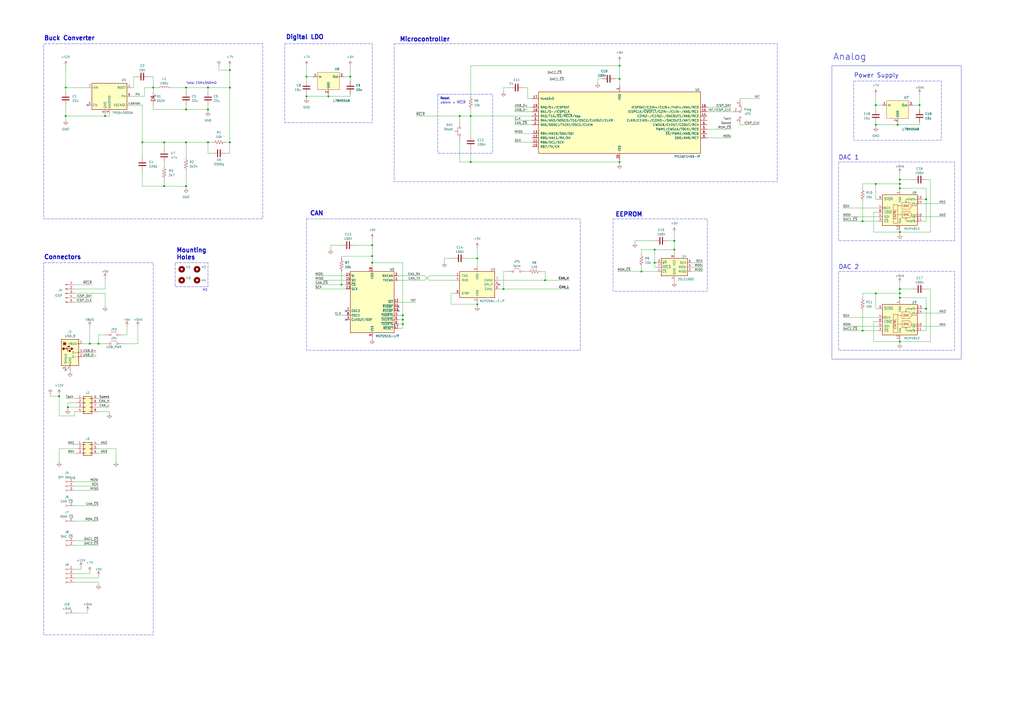
<source format=kicad_sch>
(kicad_sch (version 20250114) (generator "eeschema") (generator_version "9.0")
  (paper "A2")
  (title_block (title "CAN Gauge Interface") (date "2025-09-19") (rev "0.1") (company "Sam Anthony"))
  (rectangle (start 25.4 25.4) (end 152.4 127) (stroke (width 0) (type dash)))
  (rectangle (start 495.3 46.99) (end 546.1 81.28) (stroke (width 0) (type dash)))
  (rectangle (start 355.6 127) (end 410.21 168.91) (stroke (width 0) (type dash)))
  (rectangle (start 101.6 152.3999) (end 120.65 166.3699) (stroke (width 0) (type dash)))
  (rectangle (start 165.1 25.4) (end 215.9 71.12) (stroke (width 0) (type dash)))
  (rectangle (start 254 54.61) (end 285.75 88.9) (stroke (width 0) (type dash)))
  (rectangle (start 486.41 157.48) (end 553.72 203.2) (stroke (width 0) (type dash)))
  (rectangle (start 177.8 127) (end 336.55 203.2) (stroke (width 0) (type dash)))
  (rectangle (start 25.4 152.4) (end 88.9 368.3) (stroke (width 0) (type dash)))
  (rectangle (start 486.41 93.98) (end 553.72 139.7) (stroke (width 0) (type dash)))
  (rectangle (start 228.6 25.4) (end 450.85 105.41) (stroke (width 0) (type dash)))
  (rectangle (start 482.6 38.1) (end 557.53 208.28))
  (text "Connectors" (at 25.4 149.225 0) (effects (font (size 2.54 2.54) (thickness 0.508) (bold yes)) (justify left)))
  (text "Power Supply" (at 495.3 43.815 0) (effects (font (size 2.54 2.54) (thickness 0.254) (bold yes)) (justify left)))
  (text "Buck Converter" (at 25.4 22.225 0) (effects (font (size 2.54 2.54) (thickness 0.508) (bold yes)) (justify left)))
  (text "Total ESR≤550mΩ" (at 107.95 48.26 0) (effects (font (size 1.27 1.27)) (justify left)))
  (text "CAN" (at 179.705 123.825 0) (effects (font (size 2.54 2.54) (thickness 0.508) (bold yes)) (justify left)))
  (text "Reset" (at 255.27 57.15 0) (effects (font (size 1.27 1.27) (thickness 0.254) (bold yes)) (justify left)))
  (text "Mounting\nHoles" (at 102.235 147.3199 0) (effects (font (size 2.54 2.54) (thickness 0.508) (bold yes)) (justify left)))
  (text "M3\n" (at 117.475 168.2749 0) (effects (font (size 1.27 1.27)) (justify left)))
  (text "EEPROM" (at 356.87 124.46 0) (effects (font (size 2.54 2.54) (thickness 0.508) (bold yes)) (justify left)))
  (text "Digital LDO" (at 165.735 21.59 0) (effects (font (size 2.54 2.54) (thickness 0.508) (bold yes)) (justify left)))
  (text "≤6mm ↔ ~{MCLR}" (at 255.27 59.69 0) (effects (font (size 1.27 1.27)) (justify left)))
  (text "DAC 1" (at 486.41 91.44 0) (effects (font (size 2.54 2.54) (thickness 0.254) (bold yes)) (justify left)))
  (text "Microcontroller" (at 231.775 22.86 0) (effects (font (size 2.54 2.54) (thickness 0.508) (bold yes)) (justify left)))
  (text "Analog" (at 483.235 33.02 0) (effects (font (size 3.81 3.81) (thickness 0.254) (bold yes)) (justify left)))
  (text "DAC 2" (at 486.41 154.94 0) (effects (font (size 2.54 2.54) (thickness 0.254) (bold yes)) (justify left)))
  (junction (at 38.1 50.8))
  (junction (at 120.65 50.8))
  (junction (at 39.37 236.22))
  (junction (at 521.97 170.18))
  (junction (at 120.65 63.5))
  (junction (at 521.97 172.72))
  (junction (at 391.16 144.78))
  (junction (at 521.97 104.14))
  (junction (at 233.68 185.42))
  (junction (at 533.4 60.96))
  (junction (at 508 170.18))
  (junction (at 391.16 139.7))
  (junction (at 537.21 115.57))
  (junction (at 60.96 67.31))
  (junction (at 500.38 191.77))
  (junction (at 107.95 82.55))
  (junction (at 34.29 229.87))
  (junction (at 359.41 38.1))
  (junction (at 203.2 44.45))
  (junction (at 107.95 63.5))
  (junction (at 273.05 93.98))
  (junction (at 177.8 55.88))
  (junction (at 233.68 182.88))
  (junction (at 359.41 45.72))
  (junction (at 120.65 82.55))
  (junction (at 266.7 67.31))
  (junction (at 500.38 128.27))
  (junction (at 88.9 50.8))
  (junction (at 521.97 134.62))
  (junction (at 95.25 107.95))
  (junction (at 82.55 82.55))
  (junction (at 38.1 67.31))
  (junction (at 359.41 93.98))
  (junction (at 107.95 107.95))
  (junction (at 215.9 142.24))
  (junction (at 521.97 106.68))
  (junction (at 521.97 198.12))
  (junction (at 537.21 179.07))
  (junction (at 95.25 82.55))
  (junction (at 276.86 176.53))
  (junction (at 133.35 40.64))
  (junction (at 508 60.96))
  (junction (at 215.9 152.4))
  (junction (at 57.15 199.39))
  (junction (at 276.86 149.86))
  (junction (at 52.07 199.39))
  (junction (at 316.23 162.56))
  (junction (at 379.73 152.4))
  (junction (at 133.35 50.8))
  (junction (at 521.97 167.64))
  (junction (at 372.11 157.48))
  (junction (at 215.9 148.59))
  (junction (at 508 106.68))
  (junction (at 190.5 55.88))
  (junction (at 198.12 165.1))
  (junction (at 508 72.39))
  (junction (at 379.73 144.78))
  (junction (at 133.35 82.55))
  (junction (at 520.7 72.39))
  (junction (at 521.97 109.22))
  (junction (at 177.8 44.45))
  (junction (at 107.95 50.8))
  (junction (at 273.05 67.31))
  (junction (at 233.68 187.96))
  (junction (at 292.1 167.64))
  (no_connect (at 231.14 177.8))
  (no_connect (at 38.1 214.63))
  (no_connect (at 200.66 185.42))
  (no_connect (at 50.8 60.96))
  (no_connect (at 289.56 165.1))
  (no_connect (at 200.66 180.34))
  (no_connect (at 231.14 180.34))
  (wire (pts (xy 231.14 162.56) (xy 246.38 162.56)))
  (wire (pts (xy 203.2 55.88) (xy 203.2 54.61)))
  (wire (pts (xy 215.9 142.24) (xy 215.9 148.59)))
  (wire (pts (xy 57.15 199.39) (xy 60.96 199.39)))
  (wire (pts (xy 506.73 186.69) (xy 509.27 186.69)))
  (wire (pts (xy 292.1 157.48) (xy 294.64 157.48)))
  (wire (pts (xy 44.45 260.35) (xy 34.29 260.35)))
  (wire (pts (xy 48.26 204.47) (xy 55.88 204.47)))
  (wire (pts (xy 233.68 187.96) (xy 233.68 185.42)))
  (wire (pts (xy 506.73 123.19) (xy 509.27 123.19)))
  (wire (pts (xy 231.14 187.96) (xy 233.68 187.96)))
  (wire (pts (xy 57.15 194.31) (xy 57.15 199.39)))
  (wire (pts (xy 289.56 167.64) (xy 292.1 167.64)))
  (wire (pts (xy 273.05 55.88) (xy 273.05 38.1)))
  (wire (pts (xy 266.7 67.31) (xy 266.7 71.12)))
  (wire (pts (xy 521.97 172.72) (xy 521.97 173.99)))
  (wire (pts (xy 215.9 195.58) (xy 215.9 196.85)))
  (wire (pts (xy 60.96 167.64) (xy 60.96 161.29)))
  (wire (pts (xy 266.7 67.31) (xy 273.05 67.31)))
  (wire (pts (xy 381 152.4) (xy 379.73 152.4)))
  (wire (pts (xy 508 71.12) (xy 508 72.39)))
  (wire (pts (xy 38.1 38.1) (xy 38.1 50.8)))
  (wire (pts (xy 262.89 149.86) (xy 257.81 149.86)))
  (wire (pts (xy 508 179.07) (xy 508 170.18)))
  (wire (pts (xy 177.8 55.88) (xy 190.5 55.88)))
  (wire (pts (xy 500.38 191.77) (xy 509.27 191.77)))
  (wire (pts (xy 372.11 144.78) (xy 379.73 144.78)))
  (wire (pts (xy 534.67 128.27) (xy 537.21 128.27)))
  (wire (pts (xy 488.95 184.15) (xy 509.27 184.15)))
  (wire (pts (xy 120.65 50.8) (xy 133.35 50.8)))
  (wire (pts (xy 521.97 196.85) (xy 521.97 198.12)))
  (wire (pts (xy 82.55 91.44) (xy 82.55 82.55)))
  (wire (pts (xy 233.68 185.42) (xy 233.68 182.88)))
  (wire (pts (xy 123.19 82.55) (xy 120.65 82.55)))
  (wire (pts (xy 521.97 198.12) (xy 521.97 199.39)))
  (wire (pts (xy 537.21 172.72) (xy 521.97 172.72)))
  (wire (pts (xy 410.21 64.77) (xy 425.45 64.77)))
  (wire (pts (xy 34.29 241.3) (xy 34.29 229.87)))
  (wire (pts (xy 198.12 165.1) (xy 198.12 157.48)))
  (wire (pts (xy 57.15 260.35) (xy 67.31 260.35)))
  (wire (pts (xy 52.07 332.74) (xy 52.07 331.47)))
  (wire (pts (xy 203.2 46.99) (xy 203.2 44.45)))
  (wire (pts (xy 39.37 236.22) (xy 39.37 237.49)))
  (wire (pts (xy 38.1 50.8) (xy 38.1 53.34)))
  (wire (pts (xy 43.18 293.37) (xy 57.15 293.37)))
  (wire (pts (xy 57.15 233.68) (xy 63.5 233.68)))
  (wire (pts (xy 298.45 82.55) (xy 308.61 82.55)))
  (wire (pts (xy 506.73 134.62) (xy 521.97 134.62)))
  (wire (pts (xy 82.55 60.96) (xy 82.55 82.55)))
  (wire (pts (xy 534.67 181.61) (xy 548.64 181.61)))
  (wire (pts (xy 203.2 44.45) (xy 199.39 44.45)))
  (wire (pts (xy 539.75 134.62) (xy 521.97 134.62)))
  (wire (pts (xy 182.88 165.1) (xy 198.12 165.1)))
  (wire (pts (xy 511.81 60.96) (xy 508 60.96)))
  (wire (pts (xy 43.18 302.26) (xy 57.15 302.26)))
  (wire (pts (xy 429.26 71.12) (xy 429.26 72.39)))
  (wire (pts (xy 95.25 93.98) (xy 95.25 96.52)))
  (wire (pts (xy 509.27 115.57) (xy 508 115.57)))
  (wire (pts (xy 508 72.39) (xy 520.7 72.39)))
  (wire (pts (xy 534.67 118.11) (xy 548.64 118.11)))
  (wire (pts (xy 88.9 63.5) (xy 107.95 63.5)))
  (wire (pts (xy 298.45 69.85) (xy 308.61 69.85)))
  (wire (pts (xy 182.88 160.02) (xy 200.66 160.02)))
  (wire (pts (xy 537.21 109.22) (xy 537.21 115.57)))
  (wire (pts (xy 410.21 62.23) (xy 424.18 62.23)))
  (wire (pts (xy 508 106.68) (xy 521.97 106.68)))
  (wire (pts (xy 410.21 74.93) (xy 424.18 74.93)))
  (wire (pts (xy 508 115.57) (xy 508 106.68)))
  (wire (pts (xy 537.21 172.72) (xy 537.21 179.07)))
  (wire (pts (xy 194.31 182.88) (xy 200.66 182.88)))
  (wire (pts (xy 46.99 330.2) (xy 46.99 328.93)))
  (wire (pts (xy 488.95 189.23) (xy 509.27 189.23)))
  (wire (pts (xy 203.2 38.1) (xy 203.2 44.45)))
  (wire (pts (xy 520.7 72.39) (xy 520.7 71.12)))
  (wire (pts (xy 372.11 147.32) (xy 372.11 144.78)))
  (wire (pts (xy 177.8 54.61) (xy 177.8 55.88)))
  (wire (pts (xy 359.41 45.72) (xy 356.87 45.72)))
  (wire (pts (xy 57.15 236.22) (xy 63.5 236.22)))
  (wire (pts (xy 359.41 49.53) (xy 359.41 45.72)))
  (wire (pts (xy 215.9 148.59) (xy 215.9 152.4)))
  (wire (pts (xy 82.55 107.95) (xy 95.25 107.95)))
  (wire (pts (xy 107.95 82.55) (xy 95.25 82.55)))
  (wire (pts (xy 241.3 67.31) (xy 266.7 67.31)))
  (wire (pts (xy 429.26 58.42) (xy 429.26 57.15)))
  (wire (pts (xy 521.97 167.64) (xy 521.97 170.18)))
  (wire (pts (xy 71.12 199.39) (xy 80.01 199.39)))
  (wire (pts (xy 506.73 134.62) (xy 506.73 123.19)))
  (wire (pts (xy 107.95 82.55) (xy 107.95 91.44)))
  (wire (pts (xy 534.67 189.23) (xy 548.64 189.23)))
  (wire (pts (xy 50.8 355.6) (xy 50.8 354.33)))
  (wire (pts (xy 43.18 165.1) (xy 53.34 165.1)))
  (wire (pts (xy 191.77 142.24) (xy 191.77 144.78)))
  (wire (pts (xy 120.65 82.55) (xy 107.95 82.55)))
  (wire (pts (xy 57.15 238.76) (xy 63.5 238.76)))
  (wire (pts (xy 39.37 236.22) (xy 44.45 236.22)))
  (wire (pts (xy 521.97 163.83) (xy 521.97 167.64)))
  (wire (pts (xy 539.75 167.64) (xy 539.75 198.12)))
  (wire (pts (xy 133.35 50.8) (xy 133.35 82.55)))
  (wire (pts (xy 60.96 170.18) (xy 60.96 177.8)))
  (wire (pts (xy 308.61 57.15) (xy 306.07 57.15)))
  (wire (pts (xy 539.75 104.14) (xy 539.75 134.62)))
  (wire (pts (xy 379.73 154.94) (xy 379.73 152.4)))
  (wire (pts (xy 537.21 109.22) (xy 521.97 109.22)))
  (wire (pts (xy 44.45 233.68) (xy 39.37 233.68)))
  (wire (pts (xy 57.15 337.82) (xy 57.15 339.09)))
  (wire (pts (xy 379.73 144.78) (xy 391.16 144.78)))
  (wire (pts (xy 177.8 55.88) (xy 177.8 57.15)))
  (wire (pts (xy 372.11 157.48) (xy 372.11 154.94)))
  (wire (pts (xy 67.31 260.35) (xy 67.31 267.97)))
  (wire (pts (xy 38.1 67.31) (xy 38.1 69.85)))
  (wire (pts (xy 391.16 139.7) (xy 391.16 144.78)))
  (wire (pts (xy 401.32 157.48) (xy 407.67 157.48)))
  (wire (pts (xy 306.07 50.8) (xy 303.53 50.8)))
  (wire (pts (xy 533.4 54.61) (xy 533.4 60.96)))
  (wire (pts (xy 107.95 50.8) (xy 120.65 50.8)))
  (wire (pts (xy 88.9 44.45) (xy 88.9 50.8)))
  (wire (pts (xy 270.51 149.86) (xy 276.86 149.86)))
  (wire (pts (xy 76.2 60.96) (xy 82.55 60.96)))
  (wire (pts (xy 88.9 60.96) (xy 88.9 63.5)))
  (wire (pts (xy 410.21 80.01) (xy 424.18 80.01)))
  (wire (pts (xy 198.12 149.86) (xy 198.12 148.59)))
  (wire (pts (xy 306.07 57.15) (xy 306.07 50.8)))
  (wire (pts (xy 107.95 63.5) (xy 120.65 63.5)))
  (wire (pts (xy 429.26 57.15) (xy 440.69 57.15)))
  (wire (pts (xy 190.5 55.88) (xy 190.5 54.61)))
  (wire (pts (xy 292.1 50.8) (xy 292.1 53.34)))
  (wire (pts (xy 57.15 262.89) (xy 62.23 262.89)))
  (wire (pts (xy 500.38 106.68) (xy 508 106.68)))
  (wire (pts (xy 99.06 50.8) (xy 107.95 50.8)))
  (wire (pts (xy 44.45 238.76) (xy 43.18 238.76)))
  (wire (pts (xy 107.95 60.96) (xy 107.95 63.5)))
  (wire (pts (xy 88.9 53.34) (xy 88.9 50.8)))
  (wire (pts (xy 257.81 149.86) (xy 257.81 152.4)))
  (wire (pts (xy 316.23 157.48) (xy 316.23 162.56)))
  (wire (pts (xy 39.37 257.81) (xy 44.45 257.81)))
  (wire (pts (xy 120.65 82.55) (xy 120.65 88.9)))
  (wire (pts (xy 43.18 335.28) (xy 57.15 335.28)))
  (wire (pts (xy 107.95 107.95) (xy 107.95 109.22)))
  (wire (pts (xy 63.5 238.76) (xy 63.5 240.03)))
  (wire (pts (xy 133.35 82.55) (xy 133.35 88.9)))
  (wire (pts (xy 233.68 152.4) (xy 233.68 182.88)))
  (wire (pts (xy 95.25 107.95) (xy 107.95 107.95)))
  (wire (pts (xy 43.18 316.23) (xy 57.15 316.23)))
  (wire (pts (xy 127 40.64) (xy 133.35 40.64)))
  (wire (pts (xy 233.68 152.4) (xy 215.9 152.4)))
  (wire (pts (xy 120.65 50.8) (xy 120.65 53.34)))
  (wire (pts (xy 521.97 109.22) (xy 521.97 110.49)))
  (wire (pts (xy 298.45 77.47) (xy 308.61 77.47)))
  (wire (pts (xy 200.66 165.1) (xy 198.12 165.1)))
  (wire (pts (xy 316.23 162.56) (xy 330.2 162.56)))
  (wire (pts (xy 539.75 198.12) (xy 521.97 198.12)))
  (wire (pts (xy 198.12 148.59) (xy 215.9 148.59)))
  (wire (pts (xy 29.21 228.6) (xy 29.21 229.87)))
  (wire (pts (xy 120.65 63.5) (xy 120.65 60.96)))
  (wire (pts (xy 298.45 72.39) (xy 308.61 72.39)))
  (wire (pts (xy 107.95 107.95) (xy 107.95 99.06)))
  (wire (pts (xy 177.8 38.1) (xy 177.8 44.45)))
  (wire (pts (xy 60.96 194.31) (xy 57.15 194.31)))
  (wire (pts (xy 537.21 179.07) (xy 537.21 191.77)))
  (wire (pts (xy 521.97 100.33) (xy 521.97 104.14)))
  (wire (pts (xy 231.14 190.5) (xy 233.68 190.5)))
  (wire (pts (xy 29.21 229.87) (xy 34.29 229.87)))
  (wire (pts (xy 304.8 157.48) (xy 306.07 157.48)))
  (wire (pts (xy 358.14 157.48) (xy 372.11 157.48)))
  (wire (pts (xy 107.95 50.8) (xy 107.95 53.34)))
  (wire (pts (xy 506.73 198.12) (xy 521.97 198.12)))
  (wire (pts (xy 295.91 50.8) (xy 292.1 50.8)))
  (wire (pts (xy 521.97 104.14) (xy 529.59 104.14)))
  (wire (pts (xy 43.18 284.48) (xy 57.15 284.48)))
  (wire (pts (xy 43.18 281.94) (xy 57.15 281.94)))
  (wire (pts (xy 521.97 170.18) (xy 521.97 172.72)))
  (wire (pts (xy 500.38 172.72) (xy 500.38 170.18)))
  (wire (pts (xy 43.18 238.76) (xy 43.18 241.3)))
  (wire (pts (xy 57.15 231.14) (xy 63.5 231.14)))
  (wire (pts (xy 60.96 67.31) (xy 60.96 66.04)))
  (wire (pts (xy 43.18 241.3) (xy 34.29 241.3)))
  (wire (pts (xy 133.35 40.64) (xy 133.35 50.8)))
  (wire (pts (xy 82.55 82.55) (xy 95.25 82.55)))
  (wire (pts (xy 534.67 179.07) (xy 537.21 179.07)))
  (wire (pts (xy 48.26 199.39) (xy 52.07 199.39)))
  (wire (pts (xy 500.38 170.18) (xy 508 170.18)))
  (wire (pts (xy 298.45 64.77) (xy 308.61 64.77)))
  (wire (pts (xy 500.38 128.27) (xy 509.27 128.27)))
  (wire (pts (xy 359.41 38.1) (xy 359.41 45.72)))
  (wire (pts (xy 401.32 154.94) (xy 407.67 154.94)))
  (wire (pts (xy 120.65 63.5) (xy 120.65 64.77)))
  (wire (pts (xy 521.97 106.68) (xy 521.97 109.22)))
  (wire (pts (xy 57.15 257.81) (xy 62.23 257.81)))
  (wire (pts (xy 359.41 93.98) (xy 359.41 95.25)))
  (wire (pts (xy 273.05 93.98) (xy 273.05 86.36)))
  (wire (pts (xy 76.2 50.8) (xy 77.47 50.8)))
  (wire (pts (xy 508 170.18) (xy 521.97 170.18)))
  (wire (pts (xy 276.86 176.53) (xy 276.86 177.8)))
  (wire (pts (xy 248.92 160.02) (xy 246.38 162.56)))
  (wire (pts (xy 273.05 93.98) (xy 266.7 93.98)))
  (wire (pts (xy 73.66 194.31) (xy 73.66 189.23)))
  (wire (pts (xy 38.1 60.96) (xy 38.1 67.31)))
  (wire (pts (xy 43.18 332.74) (xy 52.07 332.74)))
  (wire (pts (xy 57.15 335.28) (xy 57.15 334.01)))
  (wire (pts (xy 39.37 233.68) (xy 39.37 236.22)))
  (wire (pts (xy 500.38 116.84) (xy 500.38 128.27)))
  (wire (pts (xy 346.71 45.72) (xy 349.25 45.72)))
  (wire (pts (xy 391.16 162.56) (xy 391.16 163.83)))
  (wire (pts (xy 34.29 260.35) (xy 34.29 267.97)))
  (wire (pts (xy 38.1 231.14) (xy 44.45 231.14)))
  (wire (pts (xy 231.14 182.88) (xy 233.68 182.88)))
  (wire (pts (xy 130.81 82.55) (xy 133.35 82.55)))
  (wire (pts (xy 391.16 144.78) (xy 391.16 147.32)))
  (wire (pts (xy 379.73 144.78) (xy 379.73 152.4)))
  (wire (pts (xy 266.7 93.98) (xy 266.7 81.28)))
  (wire (pts (xy 88.9 50.8) (xy 91.44 50.8)))
  (wire (pts (xy 521.97 134.62) (xy 521.97 135.89)))
  (wire (pts (xy 43.18 337.82) (xy 57.15 337.82)))
  (wire (pts (xy 508 60.96) (xy 508 63.5)))
  (wire (pts (xy 313.69 157.48) (xy 316.23 157.48)))
  (wire (pts (xy 488.95 191.77) (xy 500.38 191.77)))
  (wire (pts (xy 276.86 175.26) (xy 276.86 176.53)))
  (wire (pts (xy 43.18 313.69) (xy 57.15 313.69)))
  (wire (pts (xy 63.5 66.04) (xy 63.5 67.31)))
  (wire (pts (xy 508 72.39) (xy 508 73.66)))
  (wire (pts (xy 506.73 198.12) (xy 506.73 186.69)))
  (wire (pts (xy 429.26 72.39) (xy 440.69 72.39)))
  (wire (pts (xy 292.1 167.64) (xy 292.1 157.48)))
  (wire (pts (xy 508 54.61) (xy 508 60.96)))
  (wire (pts (xy 182.88 167.64) (xy 200.66 167.64)))
  (wire (pts (xy 43.18 355.6) (xy 50.8 355.6)))
  (wire (pts (xy 133.35 88.9) (xy 130.81 88.9)))
  (wire (pts (xy 52.07 199.39) (xy 57.15 199.39)))
  (wire (pts (xy 387.35 139.7) (xy 391.16 139.7)))
  (wire (pts (xy 391.16 134.62) (xy 391.16 139.7)))
  (wire (pts (xy 537.21 104.14) (xy 539.75 104.14)))
  (wire (pts (xy 273.05 67.31) (xy 308.61 67.31)))
  (wire (pts (xy 198.12 142.24) (xy 191.77 142.24)))
  (wire (pts (xy 261.62 170.18) (xy 264.16 170.18)))
  (wire (pts (xy 215.9 138.43) (xy 215.9 142.24)))
  (wire (pts (xy 273.05 38.1) (xy 359.41 38.1)))
  (wire (pts (xy 521.97 104.14) (xy 521.97 106.68)))
  (wire (pts (xy 43.18 167.64) (xy 60.96 167.64)))
  (wire (pts (xy 534.67 115.57) (xy 537.21 115.57)))
  (wire (pts (xy 289.56 162.56) (xy 316.23 162.56)))
  (wire (pts (xy 359.41 92.71) (xy 359.41 93.98)))
  (wire (pts (xy 95.25 104.14) (xy 95.25 107.95)))
  (wire (pts (xy 77.47 44.45) (xy 78.74 44.45)))
  (wire (pts (xy 77.47 50.8) (xy 77.47 44.45)))
  (wire (pts (xy 133.35 38.1) (xy 133.35 40.64)))
  (wire (pts (xy 83.82 50.8) (xy 88.9 50.8)))
  (wire (pts (xy 533.4 72.39) (xy 533.4 71.12)))
  (wire (pts (xy 76.2 55.88) (xy 83.82 55.88)))
  (wire (pts (xy 82.55 99.06) (xy 82.55 107.95)))
  (wire (pts (xy 43.18 170.18) (xy 60.96 170.18)))
  (wire (pts (xy 52.07 189.23) (xy 52.07 199.39)))
  (wire (pts (xy 177.8 44.45) (xy 177.8 46.99)))
  (wire (pts (xy 120.65 88.9) (xy 123.19 88.9)))
  (wire (pts (xy 215.9 152.4) (xy 215.9 154.94)))
  (wire (pts (xy 401.32 152.4) (xy 407.67 152.4)))
  (wire (pts (xy 190.5 55.88) (xy 203.2 55.88)))
  (wire (pts (xy 48.26 207.01) (xy 55.88 207.01)))
  (wire (pts (xy 261.62 176.53) (xy 261.62 170.18)))
  (wire (pts (xy 34.29 229.87) (xy 34.29 228.6)))
  (wire (pts (xy 63.5 67.31) (xy 60.96 67.31)))
  (wire (pts (xy 43.18 175.26) (xy 53.34 175.26)))
  (wire (pts (xy 181.61 44.45) (xy 177.8 44.45)))
  (wire (pts (xy 381 154.94) (xy 379.73 154.94)))
  (wire (pts (xy 534.67 125.73) (xy 548.64 125.73)))
  (wire (pts (xy 205.74 142.24) (xy 215.9 142.24)))
  (wire (pts (xy 231.14 160.02) (xy 246.38 160.02)))
  (wire (pts (xy 500.38 109.22) (xy 500.38 106.68)))
  (wire (pts (xy 80.01 199.39) (xy 80.01 189.23)))
  (wire (pts (xy 500.38 180.34) (xy 500.38 191.77)))
  (wire (pts (xy 276.86 176.53) (xy 261.62 176.53)))
  (wire (pts (xy 40.64 214.63) (xy 40.64 215.9)))
  (wire (pts (xy 346.71 48.26) (xy 346.71 45.72)))
  (wire (pts (xy 534.67 191.77) (xy 537.21 191.77)))
  (wire (pts (xy 43.18 279.4) (xy 57.15 279.4)))
  (wire (pts (xy 488.95 128.27) (xy 500.38 128.27)))
  (wire (pts (xy 368.3 139.7) (xy 368.3 140.97)))
  (wire (pts (xy 60.96 67.31) (xy 38.1 67.31)))
  (wire (pts (xy 368.3 139.7) (xy 379.73 139.7)))
  (wire (pts (xy 38.1 50.8) (xy 50.8 50.8)))
  (wire (pts (xy 509.27 179.07) (xy 508 179.07)))
  (wire (pts (xy 359.41 35.56) (xy 359.41 38.1)))
  (wire (pts (xy 276.86 143.51) (xy 276.86 149.86)))
  (wire (pts (xy 381 157.48) (xy 372.11 157.48)))
  (wire (pts (xy 83.82 55.88) (xy 83.82 50.8)))
  (wire (pts (xy 233.68 190.5) (xy 233.68 187.96)))
  (wire (pts (xy 537.21 167.64) (xy 539.75 167.64)))
  (wire (pts (xy 521.97 167.64) (xy 529.59 167.64)))
  (wire (pts (xy 488.95 125.73) (xy 509.27 125.73)))
  (wire (pts (xy 292.1 167.64) (xy 330.2 167.64)))
  (wire (pts (xy 231.14 175.26) (xy 241.3 175.26)))
  (wire (pts (xy 39.37 262.89) (xy 44.45 262.89)))
  (wire (pts (xy 231.14 185.42) (xy 233.68 185.42)))
  (wire (pts (xy 521.97 133.35) (xy 521.97 134.62)))
  (wire (pts (xy 298.45 62.23) (xy 308.61 62.23)))
  (wire (pts (xy 71.12 194.31) (xy 73.66 194.31)))
  (wire (pts (xy 248.92 162.56) (xy 264.16 162.56)))
  (wire (pts (xy 488.95 120.65) (xy 509.27 120.65)))
  (wire (pts (xy 182.88 162.56) (xy 200.66 162.56)))
  (wire (pts (xy 533.4 63.5) (xy 533.4 60.96)))
  (wire (pts (xy 248.92 160.02) (xy 264.16 160.02)))
  (wire (pts (xy 246.38 160.02) (xy 248.92 162.56)))
  (wire (pts (xy 43.18 330.2) (xy 46.99 330.2)))
  (wire (pts (xy 273.05 67.31) (xy 273.05 78.74)))
  (wire (pts (xy 537.21 115.57) (xy 537.21 128.27)))
  (wire (pts (xy 273.05 63.5) (xy 273.05 67.31)))
  (wire (pts (xy 43.18 172.72) (xy 53.34 172.72)))
  (wire (pts (xy 127 38.1) (xy 127 40.64)))
  (wire (pts (xy 86.36 44.45) (xy 88.9 44.45)))
  (wire (pts (xy 359.41 93.98) (xy 273.05 93.98)))
  (wire (pts (xy 520.7 72.39) (xy 533.4 72.39)))
  (wire (pts (xy 276.86 149.86) (xy 276.86 154.94)))
  (wire (pts (xy 95.25 82.55) (xy 95.25 86.36)))
  (wire (pts (xy 533.4 60.96) (xy 529.59 60.96)))
  (label "DAC1_~{CS}" (at 488.95 128.27 0))
  (label "MISO" (at 57.15 284.48 180))
  (label "CAN_H" (at 330.2 162.56 180) (effects (font (thickness 0.254) (bold yes))))
  (label "SCK" (at 407.67 152.4 180) (effects (font (thickness 0.1588))))
  (label "Speed" (at 63.5 231.14 180) (effects (font (thickness 0.1588))))
  (label "CLK" (at 298.45 69.85 0))
  (label "MOSI" (at 424.18 80.01 180) (effects (font (thickness 0.1588))))
  (label "ICSP_DAT" (at 424.18 62.23 180))
  (label "CAN_L" (at 63.5 236.22 180))
  (label "ROM_~{CS}" (at 358.14 157.48 0) (effects (font (thickness 0.1588))))
  (label "MOSI" (at 182.88 160.02 0) (effects (font (thickness 0.1588))))
  (label "DAC1_~{CS}" (at 318.77 46.99 0))
  (label "AN3" (at 62.23 262.89 180) (effects (font (thickness 0.1588))))
  (label "Speed" (at 424.18 72.39 180))
  (label "AN1" (at 548.64 118.11 180))
  (label "CAN_~{CS}" (at 298.45 72.39 0))
  (label "CAN_~{CS}" (at 57.15 293.37 180))
  (label "sense" (at 81.28 60.96 180))
  (label "INT" (at 440.69 57.15 180))
  (label "CLK" (at 194.31 182.88 0))
  (label "MISO" (at 407.67 157.48 180) (effects (font (thickness 0.1588))))
  (label "INT" (at 241.3 175.26 180) (effects (font (thickness 0.1588))))
  (label "MOSI" (at 407.67 154.94 180) (effects (font (thickness 0.1588))))
  (label "ICSP_CLK" (at 53.34 175.26 180))
  (label "AN2" (at 62.23 257.81 180) (effects (font (thickness 0.1588))))
  (label "SCK" (at 298.45 82.55 0) (effects (font (thickness 0.1588))))
  (label "Tach" (at 38.1 231.14 0) (effects (font (thickness 0.1588))))
  (label "CAN_~{CS}" (at 182.88 165.1 0) (effects (font (thickness 0.1588))))
  (label "ICSP_CLK" (at 440.69 72.39 180))
  (label "USB_D+" (at 298.45 62.23 0))
  (label "SCK" (at 488.95 184.15 0) (effects (font (thickness 0.1588))))
  (label "ROM_~{CS}" (at 57.15 302.26 180))
  (label "AN1" (at 39.37 257.81 0) (effects (font (thickness 0.1588))))
  (label "DAC2_~{CS}" (at 317.5 43.18 0))
  (label "USB_D-" (at 298.45 64.77 0))
  (label "INT{slash}ICSP_CLK" (at 424.18 64.77 180))
  (label "SCK" (at 57.15 281.94 180))
  (label "AN4" (at 39.37 262.89 0) (effects (font (thickness 0.1588))))
  (label "MOSI" (at 488.95 125.73 0))
  (label "PH" (at 81.28 55.88 180))
  (label "AN4" (at 548.64 189.23 180))
  (label "MISO" (at 182.88 162.56 0) (effects (font (thickness 0.1588))))
  (label "DAC1_~{CS}" (at 57.15 313.69 180))
  (label "MOSI" (at 57.15 279.4 180))
  (label "AN3" (at 548.64 181.61 180))
  (label "DAC2_~{CS}" (at 57.15 316.23 180))
  (label "USB_D-" (at 55.88 207.01 180))
  (label "AN2" (at 548.64 125.73 180))
  (label "USB_D+" (at 55.88 204.47 180))
  (label "SCK" (at 182.88 167.64 0) (effects (font (thickness 0.1588))))
  (label "Tach" (at 424.18 69.85 180))
  (label "ROM_~{CS}" (at 424.18 74.93 180))
  (label "ICSP_DAT" (at 53.34 172.72 180))
  (label "CAN_RX" (at 243.84 160.02 180))
  (label "~{MCLR}" (at 53.34 165.1 180))
  (label "MISO" (at 298.45 77.47 0) (effects (font (thickness 0.1588))))
  (label "~{MCLR}" (at 241.3 67.31 0))
  (label "MOSI" (at 488.95 189.23 0))
  (label "CAN_L" (at 330.2 167.64 180) (effects (font (thickness 0.254) (bold yes))))
  (label "SCK" (at 488.95 120.65 0) (effects (font (thickness 0.1588))))
  (label "DAC2_~{CS}" (at 488.95 191.77 0))
  (label "CAN_TX" (at 243.84 162.56 180))
  (label "CAN_H" (at 63.5 233.68 180) (effects (font (thickness 0.1588))))
  (symbol (lib_id "power:GND") (at 107.95 109.22 0) (unit 1)
    (property "Reference" "#PWR012" (effects (hide yes)))
    (property "Value" "GND" (at 107.95 114.3 0))
    (property "Description" "Power symbol creates a global label with name \"GND\" , ground" (effects (hide yes)))
  )
  (symbol (lib_id "power:GND") (at 215.9 196.85 0) (unit 1)
    (property "Reference" "#PWR028" (effects (hide yes)))
    (property "Value" "GND" (effects (hide yes)))
    (property "Description" "Power symbol creates a global label with name \"GND\" , ground" (effects (hide yes)))
  )
  (symbol (lib_id "Device:C") (at 107.95 57.15 0) (unit 1)
    (property "Reference" "C3" (at 111.125 55.88 0) (effects (justify left)))
    (property "Value" "22u" (at 111.125 58.42 0) (effects (justify left)))
    (property "Footprint" "Capacitor_SMD:C_1206_3216Metric" (effects (hide yes)))
    (property "Description" "Unpolarized capacitor" (effects (hide yes)))
  )
  (symbol (lib_id "power:GND") (at 120.65 64.77 0) (unit 1)
    (property "Reference" "#PWR04" (effects (hide yes)))
    (property "Value" "GND" (at 120.65 69.85 0))
    (property "Description" "Power symbol creates a global label with name \"GND\" , ground" (effects (hide yes)))
  )
  (symbol (lib_id "Device:C") (at 95.25 90.17 0) (unit 1)
    (property "Reference" "C7" (at 99.06 88.8999 0) (effects (justify left)))
    (property "Value" "47n" (at 99.06 91.4399 0) (effects (justify left)))
    (property "Footprint" "Capacitor_SMD:C_0805_2012Metric" (effects (hide yes)))
    (property "Description" "Unpolarized capacitor" (effects (hide yes)))
  )
  (symbol (lib_id "power:GND") (at 57.15 339.09 0) (unit 1)
    (property "Reference" "#PWR039" (effects (hide yes)))
    (property "Value" "GND" (effects (hide yes)))
    (property "Description" "Power symbol creates a global label with name \"GND\" , ground" (effects (hide yes)))
  )
  (symbol (lib_id "power:+7.5V") (at 52.07 331.47 0) (unit 1)
    (property "Reference" "#PWR013" (effects (hide yes)))
    (property "Value" "+7V" (at 52.07 326.39 0))
    (property "Description" "Power symbol creates a global label with name \"+7.5V\"" (effects (hide yes)))
  )
  (symbol (lib_id "power:+12V") (at 34.29 228.6 0) (unit 1)
    (property "Reference" "#PWR029" (effects (hide yes)))
    (property "Value" "+12V" (at 34.29 223.52 0))
    (property "Description" "Power symbol creates a global label with name \"+12V\"" (effects (hide yes)))
  )
  (symbol (lib_id "power:GND") (at 508 73.66 0) (unit 1)
    (property "Reference" "#PWR046" (effects (hide yes)))
    (property "Value" "GND" (at 508 78.74 0))
    (property "Description" "Power symbol creates a global label with name \"GND\" , ground" (effects (hide yes)))
  )
  (symbol (lib_id "power:GND") (at 63.5 240.03 0) (unit 1)
    (property "Reference" "#PWR033" (effects (hide yes)))
    (property "Value" "GND" (effects (hide yes)))
    (property "Description" "Power symbol creates a global label with name \"GND\" , ground" (effects (hide yes)))
  )
  (symbol (lib_id "power:+5V") (at 203.2 38.1 0) (unit 1)
    (property "Reference" "#PWR044" (effects (hide yes)))
    (property "Value" "+5V" (at 203.2 33.02 0))
    (property "Description" "Power symbol creates a global label with name \"+5V\"" (effects (hide yes)))
  )
  (symbol (lib_id "Device:C") (at 383.54 139.7 90) (unit 1)
    (property "Reference" "C15" (at 383.54 133.35 90))
    (property "Value" "100n" (at 383.54 135.89 90))
    (property "Footprint" "Capacitor_THT:C_Disc_D5.0mm_W2.5mm_P2.50mm" (effects (hide yes)))
    (property "Description" "Unpolarized capacitor" (effects (hide yes)))
  )
  (symbol (lib_id "power:+7.5V") (at 177.8 38.1 0) (unit 1)
    (property "Reference" "#PWR043" (effects (hide yes)))
    (property "Value" "+7V" (at 177.8 33.02 0))
    (property "Description" "Power symbol creates a global label with name \"+7.5V\"" (effects (hide yes)))
  )
  (symbol (lib_id "Device:C") (at 266.7 149.86 90) (unit 1)
    (property "Reference" "C14" (at 266.7 143.51 90))
    (property "Value" "100n" (at 266.7 146.05 90))
    (property "Footprint" "Capacitor_THT:C_Disc_D5.0mm_W2.5mm_P2.50mm" (effects (hide yes)))
    (property "Description" "Unpolarized capacitor" (effects (hide yes)))
  )
  (symbol (lib_id "Device:C") (at 38.1 57.15 0) (unit 1)
    (property "Reference" "C1" (at 41.91 55.8799 0) (effects (justify left)))
    (property "Value" "22u" (at 41.91 58.4199 0) (effects (justify left)))
    (property "Footprint" "Capacitor_SMD:C_1206_3216Metric" (effects (hide yes)))
    (property "Description" "Unpolarized capacitor" (effects (hide yes)))
  )
  (symbol (lib_id "Regulator_Switching:TPS5430DDA") (at 63.5 55.88 0) (unit 1)
    (property "Reference" "U5" (at 71.755 46.355 0))
    (property "Value" "TPS5430DDA" (at 71.12 65.405 0))
    (property "Footprint" "Package_SO:TI_SO-PowerPAD-8_ThermalVias" (effects (hide yes)))
    (property "Datasheet" "http://www.ti.com/lit/ds/symlink/tps5430.pdf" (effects (hide yes)))
    (property "Description" "3A, Step Down Swift Converter, Adjustable Output Voltage, 5.5-36V Input Voltage, PowerSO-8" (effects (hide yes)))
  )
  (symbol (lib_id "Memory_EEPROM:25LCxxx") (at 391.16 154.94 0) (unit 1)
    (property "Reference" "U4" (at 395.605 148.59 0) (effects (justify left)))
    (property "Value" "25LC160C" (at 393.065 161.925 0) (effects (justify left)))
    (property "Footprint" "Package_DIP:DIP-8_W7.62mm" (effects (hide yes)))
    (property "Datasheet" "http://ww1.microchip.com/downloads/en/DeviceDoc/21832H.pdf" (effects (hide yes)))
    (property "Description" "SPI Serial EEPROM, DIP-8/SOIC-8/TSSOP-8" (effects (hide yes)))
  )
  (symbol (lib_id "Jumper:Jumper_3_Bridged12") (at 429.26 64.77 270) (unit 1) (in_bom no)
    (property "Reference" "JP2" (at 433.705 66.04 90))
    (property "Value" "Prog" (at 433.705 63.5 90))
    (property "Footprint" "Connector_PinSocket_2.54mm:PinSocket_1x03_P2.54mm_Vertical" (effects (hide yes)))
    (property "Description" "Jumper, 3-pole, pins 1+2 closed/bridged" (effects (hide yes)))
  )
  (symbol (lib_id "power:GND") (at 521.97 135.89 0) (unit 1)
    (property "Reference" "#PWR017" (effects (hide yes)))
    (property "Value" "GND" (effects (hide yes)))
    (property "Description" "Power symbol creates a global label with name \"GND\" , ground" (effects (hide yes)))
  )
  (symbol (lib_id "power:GND") (at 521.97 199.39 0) (unit 1)
    (property "Reference" "#PWR019" (effects (hide yes)))
    (property "Value" "GND" (effects (hide yes)))
    (property "Description" "Power symbol creates a global label with name \"GND\" , ground" (effects (hide yes)))
  )
  (symbol (lib_id "power:GND") (at 359.41 95.25 0) (unit 1)
    (property "Reference" "#PWR01" (effects (hide yes)))
    (property "Value" "GND" (effects (hide yes)))
    (property "Description" "Power symbol creates a global label with name \"GND\" , ground" (effects (hide yes)))
  )
  (symbol (lib_id "Device:R_US") (at 198.12 153.67 0) (unit 1)
    (property "Reference" "R7" (at 200.025 152.4 0) (effects (justify left)))
    (property "Value" "10k" (at 200.025 154.94 0) (effects (justify left)))
    (property "Footprint" "Resistor_THT:R_Axial_DIN0207_L6.3mm_D2.5mm_P7.62mm_Horizontal" (effects (hide yes)))
    (property "Description" "Resistor, US symbol" (effects (hide yes)))
  )
  (symbol (lib_id "Device:R_US") (at 372.11 151.13 0) (unit 1)
    (property "Reference" "R9" (at 374.015 149.86 0) (effects (justify left)))
    (property "Value" "10k" (at 374.015 152.4 0) (effects (justify left)))
    (property "Footprint" "Resistor_THT:R_Axial_DIN0207_L6.3mm_D2.5mm_P7.62mm_Horizontal" (effects (hide yes)))
    (property "Description" "Resistor, US symbol" (effects (hide yes)))
  )
  (symbol (lib_id "Mechanical:MountingHole") (at 105.41 156.2099 0) (unit 1) (exclude_from_sim yes) (in_bom no)
    (property "Reference" "H1" (at 107.95 154.9398 0) (effects (justify left)))
    (property "Value" "MountingHole" (effects (hide yes)))
    (property "Footprint" "MountingHole:MountingHole_3.2mm_M3_DIN965" (effects (hide yes)))
    (property "Description" "Mounting Hole without connection" (effects (hide yes)))
  )
  (symbol (lib_id "power:GND") (at 67.31 267.97 0) (unit 1)
    (property "Reference" "#PWR035" (effects (hide yes)))
    (property "Value" "GND" (effects (hide yes)))
    (property "Description" "Power symbol creates a global label with name \"GND\" , ground" (effects (hide yes)))
  )
  (symbol (lib_id "Jumper:Jumper_2_Open") (at 66.04 194.31 0) (unit 1)
    (property "Reference" "JP3" (at 66.04 191.135 0))
    (property "Value" "USB_PWR" (effects (hide yes)))
    (property "Footprint" "Connector_PinSocket_2.54mm:PinSocket_1x02_P2.54mm_Vertical" (effects (hide yes)))
    (property "Description" "Jumper, 2-pole, open" (effects (hide yes)))
  )
  (symbol (lib_id "Jumper:Jumper_2_Open") (at 66.04 199.39 0) (unit 1)
    (property "Reference" "JP4" (at 66.04 196.215 0))
    (property "Value" "USB_PWR" (at 66.04 201.295 0))
    (property "Footprint" "Connector_PinSocket_2.54mm:PinSocket_1x02_P2.54mm_Vertical" (effects (hide yes)))
    (property "Description" "Jumper, 2-pole, open" (effects (hide yes)))
  )
  (symbol (lib_id "Device:C") (at 120.65 57.15 0) (unit 1)
    (property "Reference" "C5" (at 123.825 55.88 0) (effects (justify left)))
    (property "Value" "22u" (at 123.825 58.42 0) (effects (justify left)))
    (property "Footprint" "Capacitor_SMD:C_1206_3216Metric" (effects (hide yes)))
    (property "Description" "Unpolarized capacitor" (effects (hide yes)))
  )
  (symbol (lib_id "Device:C") (at 201.93 142.24 90) (unit 1)
    (property "Reference" "C13" (at 201.93 135.89 90))
    (property "Value" "100n" (at 201.93 138.43 90))
    (property "Footprint" "Capacitor_THT:C_Disc_D5.0mm_W2.5mm_P2.50mm" (effects (hide yes)))
    (property "Description" "Unpolarized capacitor" (effects (hide yes)))
  )
  (symbol (lib_id "power:GND") (at 177.8 57.15 0) (unit 1)
    (property "Reference" "#PWR042" (effects (hide yes)))
    (property "Value" "GND" (at 177.8 62.23 0))
    (property "Description" "Power symbol creates a global label with name \"GND\" , ground" (effects (hide yes)))
  )
  (symbol (lib_id "Device:C") (at 82.55 95.25 0) (unit 1)
    (property "Reference" "C4" (at 86.36 93.9799 0) (effects (justify left)))
    (property "Value" "220p" (at 86.36 96.5199 0) (effects (justify left)))
    (property "Footprint" "Capacitor_SMD:C_0603_1608Metric" (effects (hide yes)))
    (property "Description" "Unpolarized capacitor" (effects (hide yes)))
  )
  (symbol (lib_id "Connector:Conn_01x04_Socket") (at 38.1 332.74 0) (mirror y) (unit 1)
    (property "Reference" "J9" (at 38.735 327.66 0))
    (property "Value" "Conn_01x04_Socket" (effects (hide yes)))
    (property "Footprint" "Connector_PinSocket_2.54mm:PinSocket_1x04_P2.54mm_Vertical" (effects (hide yes)))
    (property "Description" "Generic connector, single row, 01x04, script generated" (effects (hide yes)))
  )
  (symbol (lib_id "Device:C") (at 508 67.31 0) (unit 1)
    (property "Reference" "C18" (at 504.825 66.04 0) (effects (justify right)))
    (property "Value" "10u" (at 504.825 68.58 0) (effects (justify right)))
    (property "Footprint" "Capacitor_SMD:C_1206_3216Metric" (effects (hide yes)))
    (property "Description" "Unpolarized capacitor" (effects (hide yes)))
  )
  (symbol (lib_id "Connector_Generic:Conn_02x04_Top_Bottom") (at 49.53 233.68 0) (unit 1)
    (property "Reference" "J2" (at 50.8 227.965 0))
    (property "Value" "Conn_02x04_Top_Bottom" (effects (hide yes)))
    (property "Footprint" "Connector_Molex:Molex_Mini-Fit_Jr_5569-08A2_2x04_P4.20mm_Horizontal" (effects (hide yes)))
    (property "Datasheet" "https://www.molex.com/en-us/products/part-detail/39300080?display=pdf" (effects (hide yes)))
    (property "Description" "Generic connector, double row, 02x04, top/bottom pin numbering scheme (row 1: 1...pins_per_row, row2: pins_per_row+1 ... num_pins), script generated (kicad-library-utils/schlib/autogen/connector/)" (effects (hide yes)))
  )
  (symbol (lib_id "power:GND") (at 38.1 69.85 0) (unit 1)
    (property "Reference" "#PWR06" (effects (hide yes)))
    (property "Value" "GND" (at 38.1 74.93 0))
    (property "Description" "Power symbol creates a global label with name \"GND\" , ground" (effects (hide yes)))
  )
  (symbol (lib_id "Device:C") (at 273.05 82.55 0) (unit 1)
    (property "Reference" "C12" (at 276.86 81.2799 0) (effects (justify left)))
    (property "Value" "100n" (at 276.86 83.8199 0) (effects (justify left)))
    (property "Footprint" "Capacitor_THT:C_Disc_D5.0mm_W2.5mm_P2.50mm" (effects (hide yes)))
    (property "Description" "Unpolarized capacitor" (effects (hide yes)))
  )
  (symbol (lib_id "Device:R_US") (at 127 82.55 90) (unit 1)
    (property "Reference" "R1" (at 127 76.835 90))
    (property "Value" "10k" (at 127 79.375 90))
    (property "Footprint" "Resistor_SMD:R_0805_2012Metric" (effects (hide yes)))
    (property "Description" "Resistor, US symbol" (effects (hide yes)))
  )
  (symbol (lib_id "power:+5V") (at 73.66 189.23 0) (unit 1)
    (property "Reference" "#PWR032" (effects (hide yes)))
    (property "Value" "+5V" (at 73.66 185.42 0))
    (property "Description" "Power symbol creates a global label with name \"+5V\"" (effects (hide yes)))
  )
  (symbol (lib_id "Device:C") (at 533.4 167.64 90) (unit 1)
    (property "Reference" "C17" (at 533.4 161.29 90))
    (property "Value" "100n" (at 533.4 163.83 90))
    (property "Footprint" "Capacitor_THT:C_Disc_D5.0mm_W2.5mm_P2.50mm" (effects (hide yes)))
    (property "Description" "Unpolarized capacitor" (effects (hide yes)))
  )
  (symbol (lib_id "power:+5VA") (at 533.4 54.61 0) (mirror y) (unit 1)
    (property "Reference" "#PWR022" (effects (hide yes)))
    (property "Value" "+5VA" (at 533.4 50.8 0))
    (property "Description" "Power symbol creates a global label with name \"+5VA\"" (effects (hide yes)))
  )
  (symbol (lib_id "Analog_DAC:MCP4912") (at 521.97 120.65 0) (unit 1)
    (property "Reference" "U8" (at 528.955 111.76 0) (effects (justify left)))
    (property "Value" "MCP4912" (at 524.51 132.715 0) (effects (justify left)))
    (property "Footprint" "Package_DIP:DIP-14_W7.62mm" (effects (hide yes)))
    (property "Datasheet" "http://ww1.microchip.com/downloads/en/DeviceDoc/22250A.pdf" (effects (hide yes)))
    (property "Description" "2-Channel 10-Bit D/A Converters with SPI Interface" (effects (hide yes)))
  )
  (symbol (lib_id "Device:D_Schottky") (at 88.9 57.15 270) (unit 1)
    (property "Reference" "D1" (at 90.805 55.88 90) (effects (justify left)))
    (property "Value" "SS34" (at 90.805 58.42 90) (effects (justify left)))
    (property "Footprint" "Diode_SMD:D_SMA" (effects (hide yes)))
    (property "Description" "Schottky diode" (effects (hide yes)))
  )
  (symbol (lib_id "Connector:Conn_01x01_Socket") (at 38.1 293.37 0) (mirror y) (unit 1)
    (property "Reference" "J6" (at 38.735 288.29 0))
    (property "Value" "CAN ~{CS}" (at 38.735 290.83 0))
    (property "Footprint" "Connector_PinSocket_2.54mm:PinSocket_1x01_P2.54mm_Vertical" (effects (hide yes)))
    (property "Description" "Generic connector, single row, 01x01, script generated" (effects (hide yes)))
  )
  (symbol (lib_id "Connector:USB_B") (at 40.64 204.47 0) (unit 1)
    (property "Reference" "J1" (at 40.64 192.405 0))
    (property "Value" "USB_B" (at 40.64 194.945 0))
    (property "Footprint" "Connector_USB:USB_B_Lumberg_2411_02_Horizontal" (effects (hide yes)))
    (property "Description" "USB Type B connector" (effects (hide yes)))
  )
  (symbol (lib_id "power:GND") (at 39.37 237.49 0) (unit 1)
    (property "Reference" "#PWR030" (effects (hide yes)))
    (property "Value" "GND" (effects (hide yes)))
    (property "Description" "Power symbol creates a global label with name \"GND\" , ground" (effects (hide yes)))
  )
  (symbol (lib_name "L78M05AB_1") (lib_id "symbols:L78M05AB") (at 190.5 41.91 0) (unit 1)
    (property "Reference" "U6" (at 195.58 40.005 0))
    (property "Value" "L78M05AB" (at 198.12 58.42 0))
    (property "Footprint" "Package_TO_SOT_SMD:TO-252-2" (effects (hide yes)))
    (property "Datasheet" "https://www.st.com/resource/en/datasheet/l78m05ab.pdf" (effects (hide yes)))
    (property "Description" "Precision 500 mA regulator" (effects (hide yes)))
  )
  (symbol (lib_id "Connector:Conn_01x01_Socket") (at 38.1 355.6 0) (mirror y) (unit 1)
    (property "Reference" "J10" (at 38.735 350.52 0))
    (property "Value" "+5VA" (at 38.735 353.06 0))
    (property "Footprint" "Connector_PinSocket_2.54mm:PinSocket_1x01_P2.54mm_Vertical" (effects (hide yes)))
    (property "Description" "Generic connector, single row, 01x01, script generated" (effects (hide yes)))
  )
  (symbol (lib_id "power:GND") (at 40.64 215.9 0) (unit 1)
    (property "Reference" "#PWR08" (effects (hide yes)))
    (property "Value" "GND" (effects (hide yes)))
    (property "Description" "Power symbol creates a global label with name \"GND\" , ground" (effects (hide yes)))
  )
  (symbol (lib_id "Device:C") (at 127 88.9 90) (unit 1)
    (property "Reference" "C6" (at 127 92.71 90))
    (property "Value" "3300p" (at 127 95.25 90))
    (property "Footprint" "Capacitor_SMD:C_0603_1608Metric" (effects (hide yes)))
    (property "Description" "Unpolarized capacitor" (effects (hide yes)))
  )
  (symbol (lib_id "power:PWR_FLAG") (at 127 38.1 0) (unit 1)
    (property "Reference" "#FLG02" (effects (hide yes)))
    (property "Value" "PWR_FLAG" (effects (hide yes)))
    (property "Description" "Special symbol for telling ERC where power comes from" (effects (hide yes)))
  )
  (symbol (lib_id "Connector_Generic:Conn_02x03_Top_Bottom") (at 49.53 260.35 0) (unit 1)
    (property "Reference" "J3" (at 50.8 254.635 0))
    (property "Value" "Analog" (effects (hide yes)))
    (property "Footprint" "Connector_Molex:Molex_Mini-Fit_Jr_5569-06A2_2x03_P4.20mm_Horizontal" (effects (hide yes)))
    (property "Description" "Generic connector, double row, 02x03, top/bottom pin numbering scheme (row 1: 1...pins_per_row, row2: pins_per_row+1 ... num_pins), script generated (kicad-library-utils/schlib/autogen/connector/)" (effects (hide yes)))
  )
  (symbol (lib_id "Interface_CAN_LIN:MCP2561-E-P") (at 276.86 165.1 0) (unit 1)
    (property "Reference" "U3" (at 284.48 156.21 0) (effects (justify left)))
    (property "Value" "MCP2561-E-P" (at 278.13 174.625 0) (effects (justify left)))
    (property "Footprint" "Package_DIP:DIP-8_W7.62mm" (effects (hide yes)))
    (property "Datasheet" "http://ww1.microchip.com/downloads/en/DeviceDoc/25167A.pdf" (effects (hide yes)))
    (property "Description" "High-Speed CAN Transceiver, 1Mbps, 5V supply, SPLIT pin, -40C to +125C, DIP-8" (effects (hide yes)))
  )
  (symbol (lib_id "Connector:Conn_01x03_Socket") (at 38.1 281.94 0) (mirror y) (unit 1)
    (property "Reference" "J5" (at 38.735 274.32 0))
    (property "Value" "SPI Debug" (at 38.735 276.86 0))
    (property "Footprint" "Connector_PinSocket_2.54mm:PinSocket_1x03_P2.54mm_Vertical" (effects (hide yes)))
    (property "Description" "Generic connector, single row, 01x03, script generated" (effects (hide yes)))
  )
  (symbol (lib_id "Mechanical:MountingHole") (at 114.3 162.5599 0) (unit 1) (exclude_from_sim yes) (in_bom no)
    (property "Reference" "H4" (at 116.84 162.5598 0) (effects (justify left)))
    (property "Value" "MountingHole" (effects (hide yes)))
    (property "Footprint" "MountingHole:MountingHole_3.2mm_M3_DIN965" (effects (hide yes)))
    (property "Description" "Mounting Hole without connection" (effects (hide yes)))
  )
  (symbol (lib_id "Device:C") (at 533.4 67.31 0) (unit 1)
    (property "Reference" "C19" (at 536.575 66.04 0) (effects (justify left)))
    (property "Value" "10u" (at 536.575 68.58 0) (effects (justify left)))
    (property "Footprint" "Capacitor_SMD:C_1206_3216Metric" (effects (hide yes)))
    (property "Description" "Unpolarized capacitor" (effects (hide yes)))
  )
  (symbol (lib_id "Device:R_US") (at 273.05 59.69 0) (unit 1)
    (property "Reference" "R6" (at 274.955 58.42 0) (effects (justify left)))
    (property "Value" "10k" (at 274.955 60.96 0) (effects (justify left)))
    (property "Footprint" "Resistor_THT:R_Axial_DIN0207_L6.3mm_D2.5mm_P7.62mm_Horizontal" (effects (hide yes)))
    (property "Description" "Resistor, US symbol" (effects (hide yes)))
  )
  (symbol (lib_id "power:+5VA") (at 521.97 163.83 0) (mirror y) (unit 1)
    (property "Reference" "#PWR018" (effects (hide yes)))
    (property "Value" "+5VA" (at 521.97 160.02 0))
    (property "Description" "Power symbol creates a global label with name \"+5VA\"" (effects (hide yes)))
  )
  (symbol (lib_id "power:GND") (at 391.16 163.83 0) (unit 1)
    (property "Reference" "#PWR011" (effects (hide yes)))
    (property "Value" "GND" (effects (hide yes)))
    (property "Description" "Power symbol creates a global label with name \"GND\" , ground" (effects (hide yes)))
  )
  (symbol (lib_id "power:GND") (at 346.71 48.26 0) (unit 1)
    (property "Reference" "#PWR03" (effects (hide yes)))
    (property "Value" "GND" (effects (hide yes)))
    (property "Description" "Power symbol creates a global label with name \"GND\" , ground" (effects (hide yes)))
  )
  (symbol (lib_id "power:GND") (at 257.81 152.4 0) (unit 1)
    (property "Reference" "#PWR024" (effects (hide yes)))
    (property "Value" "GND" (effects (hide yes)))
    (property "Description" "Power symbol creates a global label with name \"GND\" , ground" (effects (hide yes)))
  )
  (symbol (lib_id "Device:C") (at 353.06 45.72 270) (unit 1)
    (property "Reference" "C10" (at 350.52 41.275 90))
    (property "Value" "100n" (at 349.25 43.815 90))
    (property "Footprint" "Capacitor_THT:C_Disc_D5.0mm_W2.5mm_P2.50mm" (effects (hide yes)))
    (property "Description" "Unpolarized capacitor" (effects (hide yes)))
  )
  (symbol (lib_id "power:+5V") (at 391.16 134.62 0) (unit 1)
    (property "Reference" "#PWR020" (effects (hide yes)))
    (property "Value" "+5V" (at 391.16 129.54 0))
    (property "Description" "Power symbol creates a global label with name \"+5V\"" (effects (hide yes)))
  )
  (symbol (lib_id "power:+5V") (at 215.9 138.43 0) (unit 1)
    (property "Reference" "#PWR027" (effects (hide yes)))
    (property "Value" "+5V" (at 215.9 133.35 0))
    (property "Description" "Power symbol creates a global label with name \"+5V\"" (effects (hide yes)))
  )
  (symbol (lib_id "Device:R_US") (at 95.25 100.33 0) (unit 1)
    (property "Reference" "R3" (at 97.79 99.0599 0) (effects (justify left)))
    (property "Value" "2k7" (at 97.79 101.5999 0) (effects (justify left)))
    (property "Footprint" "Resistor_SMD:R_0805_2012Metric" (effects (hide yes)))
    (property "Description" "Resistor, US symbol" (effects (hide yes)))
  )
  (symbol (lib_id "Connector:Conn_01x05_Pin") (at 38.1 170.18 0) (unit 1)
    (property "Reference" "J4" (at 36.195 168.275 0) (effects (justify right)))
    (property "Value" "ICSP" (at 36.195 171.45 0) (effects (justify right)))
    (property "Footprint" "Connector_PinHeader_2.54mm:PinHeader_1x05_P2.54mm_Vertical" (effects (hide yes)))
    (property "Description" "Generic connector, single row, 01x05, script generated" (effects (hide yes)))
  )
  (symbol (lib_id "power:GND") (at 60.96 177.8 0) (unit 1)
    (property "Reference" "#PWR09" (effects (hide yes)))
    (property "Value" "GND" (effects (hide yes)))
    (property "Description" "Power symbol creates a global label with name \"GND\" , ground" (effects (hide yes)))
  )
  (symbol (lib_id "power:GND") (at 368.3 140.97 0) (unit 1)
    (property "Reference" "#PWR021" (effects (hide yes)))
    (property "Value" "GND" (effects (hide yes)))
    (property "Description" "Power symbol creates a global label with name \"GND\" , ground" (effects (hide yes)))
  )
  (symbol (lib_id "Mechanical:MountingHole") (at 114.3 156.2099 0) (unit 1) (exclude_from_sim yes) (in_bom no)
    (property "Reference" "H2" (at 116.84 154.9398 0) (effects (justify left)))
    (property "Value" "MountingHole" (effects (hide yes)))
    (property "Footprint" "MountingHole:MountingHole_3.2mm_M3_DIN965" (effects (hide yes)))
    (property "Description" "Mounting Hole without connection" (effects (hide yes)))
  )
  (symbol (lib_id "symbols:L78M05AB") (at 520.7 58.42 0) (unit 1)
    (property "Reference" "U7" (at 525.78 56.515 0))
    (property "Value" "L78M05AB" (at 528.32 74.93 0))
    (property "Footprint" "Package_TO_SOT_SMD:TO-252-2" (effects (hide yes)))
    (property "Datasheet" "https://www.st.com/resource/en/datasheet/l78m05ab.pdf" (effects (hide yes)))
    (property "Description" "Precision 500 mA regulator" (effects (hide yes)))
  )
  (symbol (lib_id "power:+5V") (at 276.86 143.51 0) (unit 1)
    (property "Reference" "#PWR025" (effects (hide yes)))
    (property "Value" "+5V" (at 276.86 138.43 0))
    (property "Description" "Power symbol creates a global label with name \"+5V\"" (effects (hide yes)))
  )
  (symbol (lib_id "Device:R_US") (at 107.95 95.25 0) (unit 1)
    (property "Reference" "R2" (at 109.855 93.98 0) (effects (justify left)))
    (property "Value" "3k24" (at 109.855 96.52 0) (effects (justify left)))
    (property "Footprint" "Resistor_SMD:R_0805_2012Metric" (effects (hide yes)))
    (property "Description" "Resistor, US symbol" (effects (hide yes)))
  )
  (symbol (lib_id "power:VBUS") (at 52.07 189.23 0) (unit 1)
    (property "Reference" "#PWR031" (effects (hide yes)))
    (property "Value" "VBUS" (at 52.07 185.42 0))
    (property "Description" "Power symbol creates a global label with name \"VBUS\"" (effects (hide yes)))
  )
  (symbol (lib_id "Device:C") (at 82.55 44.45 90) (unit 1)
    (property "Reference" "C2" (at 82.55 38.1 90))
    (property "Value" "10n" (at 82.55 40.64 90))
    (property "Footprint" "Capacitor_SMD:C_0805_2012Metric" (effects (hide yes)))
    (property "Description" "Unpolarized capacitor" (effects (hide yes)))
  )
  (symbol (lib_id "power:+5VA") (at 521.97 100.33 0) (mirror y) (unit 1)
    (property "Reference" "#PWR016" (effects (hide yes)))
    (property "Value" "+5VA" (at 521.97 96.52 0))
    (property "Description" "Power symbol creates a global label with name \"+5VA\"" (effects (hide yes)))
  )
  (symbol (lib_id "power:PWR_FLAG") (at 29.21 228.6 0) (unit 1)
    (property "Reference" "#FLG01" (effects (hide yes)))
    (property "Value" "+12V" (effects (hide yes)))
    (property "Description" "Special symbol for telling ERC where power comes from" (effects (hide yes)))
  )
  (symbol (lib_id "power:GND") (at 191.77 144.78 0) (unit 1)
    (property "Reference" "#PWR026" (effects (hide yes)))
    (property "Value" "GND" (effects (hide yes)))
    (property "Description" "Power symbol creates a global label with name \"GND\" , ground" (effects (hide yes)))
  )
  (symbol (lib_id "Device:C") (at 177.8 50.8 0) (unit 1)
    (property "Reference" "C8" (at 174.625 49.53 0) (effects (justify right)))
    (property "Value" "10u" (at 174.625 52.07 0) (effects (justify right)))
    (property "Footprint" "Capacitor_SMD:C_1206_3216Metric" (effects (hide yes)))
    (property "Description" "Unpolarized capacitor" (effects (hide yes)))
  )
  (symbol (lib_id "power:GND") (at 34.29 267.97 0) (unit 1)
    (property "Reference" "#PWR034" (effects (hide yes)))
    (property "Value" "GND" (effects (hide yes)))
    (property "Description" "Power symbol creates a global label with name \"GND\" , ground" (effects (hide yes)))
  )
  (symbol (lib_id "Jumper:Jumper_2_Open") (at 299.72 157.48 0) (unit 1)
    (property "Reference" "JP5" (at 299.72 151.765 0))
    (property "Value" "Term" (at 299.72 154.305 0))
    (property "Footprint" "Connector_PinSocket_2.54mm:PinSocket_1x02_P2.54mm_Vertical" (effects (hide yes)))
    (property "Description" "Jumper, 2-pole, open" (effects (hide yes)))
  )
  (symbol (lib_id "symbols:MCP2515-I/P") (at 215.9 175.26 0) (unit 1)
    (property "Reference" "U2" (at 226.06 156.21 0) (effects (justify left)))
    (property "Value" "MCP2515-I/P" (at 217.805 194.945 0) (effects (justify left)))
    (property "Footprint" "Package_DIP:DIP-18_W7.62mm" (effects (hide yes)))
    (property "Datasheet" "http://ww1.microchip.com/downloads/en/DeviceDoc/21801e.pdf" (effects (hide yes)))
    (property "Description" "Stand-Alone CAN Controller with SPI Interface, PDIP-18" (effects (hide yes)))
  )
  (symbol (lib_id "power:+5VA") (at 80.01 189.23 0) (mirror y) (unit 1)
    (property "Reference" "#PWR041" (effects (hide yes)))
    (property "Value" "+5VA" (at 80.01 185.42 0))
    (property "Description" "Power symbol creates a global label with name \"+5VA\"" (effects (hide yes)))
  )
  (symbol (lib_id "Mechanical:MountingHole") (at 105.41 162.5599 0) (unit 1) (exclude_from_sim yes) (in_bom no)
    (property "Reference" "H3" (at 107.95 161.2898 0) (effects (justify left)))
    (property "Value" "MountingHole" (effects (hide yes)))
    (property "Footprint" "MountingHole:MountingHole_3.2mm_M3_DIN965" (effects (hide yes)))
    (property "Description" "Mounting Hole without connection" (effects (hide yes)))
  )
  (symbol (lib_id "power:+5V") (at 60.96 161.29 0) (unit 1)
    (property "Reference" "#PWR010" (effects (hide yes)))
    (property "Value" "+5V" (at 60.96 157.48 0))
    (property "Description" "Power symbol creates a global label with name \"+5V\"" (effects (hide yes)))
  )
  (symbol (lib_id "Device:C") (at 533.4 104.14 90) (unit 1)
    (property "Reference" "C16" (at 533.4 97.79 90))
    (property "Value" "100n" (at 533.4 100.33 90))
    (property "Footprint" "Capacitor_THT:C_Disc_D5.0mm_W2.5mm_P2.50mm" (effects (hide yes)))
    (property "Description" "Unpolarized capacitor" (effects (hide yes)))
  )
  (symbol (lib_id "power:+5VA") (at 50.8 354.33 0) (unit 1)
    (property "Reference" "#PWR038" (effects (hide yes)))
    (property "Value" "+5VA" (at 50.8 350.52 0))
    (property "Description" "Power symbol creates a global label with name \"+5VA\"" (effects (hide yes)))
  )
  (symbol (lib_id "power:+7.5V") (at 508 54.61 0) (unit 1)
    (property "Reference" "#PWR045" (effects (hide yes)))
    (property "Value" "+7V" (at 508 49.53 0))
    (property "Description" "Power symbol creates a global label with name \"+7.5V\"" (effects (hide yes)))
  )
  (symbol (lib_id "Connector:Conn_01x02_Socket") (at 38.1 313.69 0) (mirror y) (unit 1)
    (property "Reference" "J8" (at 38.735 308.61 0))
    (property "Value" "DAC ~{CS}" (at 38.735 311.15 0))
    (property "Footprint" "Connector_PinSocket_2.54mm:PinSocket_1x02_P2.54mm_Vertical" (effects (hide yes)))
    (property "Description" "Generic connector, single row, 01x02, script generated" (effects (hide yes)))
  )
  (symbol (lib_id "Device:L") (at 95.25 50.8 90) (unit 1)
    (property "Reference" "L1" (at 95.25 45.72 90))
    (property "Value" "150u" (at 95.25 48.26 90))
    (property "Footprint" "Inductor_SMD:L_12x12mm_H8mm" (effects (hide yes)))
    (property "Description" "Inductor" (effects (hide yes)))
  )
  (symbol (lib_id "power:+12V") (at 38.1 38.1 0) (unit 1)
    (property "Reference" "#PWR015" (effects (hide yes)))
    (property "Value" "+12V" (at 38.1 33.02 0))
    (property "Description" "Power symbol creates a global label with name \"+12V\"" (effects (hide yes)))
  )
  (symbol (lib_id "power:+12V") (at 46.99 328.93 0) (unit 1)
    (property "Reference" "#PWR036" (effects (hide yes)))
    (property "Value" "+12V" (at 46.99 325.12 0))
    (property "Description" "Power symbol creates a global label with name \"+12V\"" (effects (hide yes)))
  )
  (symbol (lib_id "Analog_DAC:MCP4912") (at 521.97 184.15 0) (unit 1)
    (property "Reference" "U9" (at 528.955 175.26 0) (effects (justify left)))
    (property "Value" "MCP4912" (at 524.51 196.215 0) (effects (justify left)))
    (property "Footprint" "Package_DIP:DIP-14_W7.62mm" (effects (hide yes)))
    (property "Datasheet" "http://ww1.microchip.com/downloads/en/DeviceDoc/22250A.pdf" (effects (hide yes)))
    (property "Description" "2-Channel 10-Bit D/A Converters with SPI Interface" (effects (hide yes)))
  )
  (symbol (lib_id "Device:R_US") (at 500.38 113.03 0) (unit 1)
    (property "Reference" "R10" (at 502.285 111.76 0) (effects (justify left)))
    (property "Value" "10k" (at 502.285 114.3 0) (effects (justify left)))
    (property "Footprint" "Resistor_THT:R_Axial_DIN0207_L6.3mm_D2.5mm_P7.62mm_Horizontal" (effects (hide yes)))
    (property "Description" "Resistor, US symbol" (effects (hide yes)))
  )
  (symbol (lib_id "power:GND") (at 276.86 177.8 0) (unit 1)
    (property "Reference" "#PWR023" (effects (hide yes)))
    (property "Value" "GND" (effects (hide yes)))
    (property "Description" "Power symbol creates a global label with name \"GND\" , ground" (effects (hide yes)))
  )
  (symbol (lib_id "Device:C") (at 299.72 50.8 270) (unit 1)
    (property "Reference" "C11" (at 299.72 46.355 90))
    (property "Value" "1u" (at 296.545 48.26 90))
    (property "Footprint" "Capacitor_SMD:C_1206_3216Metric" (effects (hide yes)))
    (property "Description" "Unpolarized capacitor" (effects (hide yes)))
  )
  (symbol (lib_id "MCU_Microchip_PIC16:PIC16F1459-IP") (at 359.41 67.31 0) (unit 1)
    (property "Reference" "U1" (at 403.225 52.07 0) (effects (justify left)))
    (property "Value" "PIC16F1459-IP" (at 391.16 90.805 0) (effects (justify left)))
    (property "Footprint" "Package_DIP:DIP-20_W7.62mm" (effects (hide yes)))
    (property "Datasheet" "http://ww1.microchip.com/downloads/en/DeviceDoc/41639A.pdf" (effects (hide yes)))
    (property "Description" "PIC16F1454, 8192W FLASH, 1024B SRAM, PDIP-20" (effects (hide yes)))
  )
  (symbol (lib_id "Device:C") (at 203.2 50.8 0) (unit 1)
    (property "Reference" "C9" (at 206.375 49.53 0) (effects (justify left)))
    (property "Value" "10u" (at 206.375 52.07 0) (effects (justify left)))
    (property "Footprint" "Capacitor_SMD:C_1206_3216Metric" (effects (hide yes)))
    (property "Description" "Unpolarized capacitor" (effects (hide yes)))
  )
  (symbol (lib_id "power:+5V") (at 359.41 35.56 0) (unit 1)
    (property "Reference" "#PWR02" (effects (hide yes)))
    (property "Value" "+5V" (at 359.41 30.48 0))
    (property "Description" "Power symbol creates a global label with name \"+5V\"" (effects (hide yes)))
  )
  (symbol (lib_id "Device:R_US") (at 500.38 176.53 0) (unit 1)
    (property "Reference" "R11" (at 502.285 175.26 0) (effects (justify left)))
    (property "Value" "10k" (at 502.285 177.8 0) (effects (justify left)))
    (property "Footprint" "Resistor_THT:R_Axial_DIN0207_L6.3mm_D2.5mm_P7.62mm_Horizontal" (effects (hide yes)))
    (property "Description" "Resistor, US symbol" (effects (hide yes)))
  )
  (symbol (lib_id "power:GND") (at 292.1 53.34 0) (unit 1)
    (property "Reference" "#PWR07" (effects (hide yes)))
    (property "Value" "GND" (effects (hide yes)))
    (property "Description" "Power symbol creates a global label with name \"GND\" , ground" (effects (hide yes)))
  )
  (symbol (lib_id "power:+5V") (at 57.15 334.01 0) (unit 1)
    (property "Reference" "#PWR037" (effects (hide yes)))
    (property "Value" "+5V" (at 57.15 330.2 0))
    (property "Description" "Power symbol creates a global label with name \"+5V\"" (effects (hide yes)))
  )
  (symbol (lib_id "Device:R_US") (at 309.88 157.48 90) (unit 1)
    (property "Reference" "R8" (at 309.88 152.4 90))
    (property "Value" "120" (at 309.88 154.94 90))
    (property "Footprint" "Resistor_SMD:R_0805_2012Metric" (effects (hide yes)))
    (property "Description" "Resistor, US symbol" (effects (hide yes)))
  )
  (symbol (lib_id "Connector:Conn_01x01_Socket") (at 38.1 302.26 0) (mirror y) (unit 1)
    (property "Reference" "J7" (at 38.735 297.18 0))
    (property "Value" "ROM ~{CS}" (at 38.735 299.72 0))
    (property "Footprint" "Connector_PinSocket_2.54mm:PinSocket_1x01_P2.54mm_Vertical" (effects (hide yes)))
    (property "Description" "Generic connector, single row, 01x01, script generated" (effects (hide yes)))
  )
  (symbol (lib_id "Switch:SW_Push") (at 266.7 76.2 90) (unit 1)
    (property "Reference" "SW1" (at 262.89 72.39 90) (effects (justify left)))
    (property "Value" "Reset" (at 262.89 74.93 90) (effects (justify left)))
    (property "Footprint" "Button_Switch_THT:SW_PUSH-12mm" (effects (hide yes)))
    (property "Description" "Push button switch, generic, two pins" (effects (hide yes)))
  )
  (symbol (lib_id "power:+7.5V") (at 133.35 38.1 0) (unit 1)
    (property "Reference" "#PWR05" (effects (hide yes)))
    (property "Value" "+7V" (at 133.35 33.02 0))
    (property "Description" "Power symbol creates a global label with name \"+7.5V\"" (effects (hide yes)))
  )
)
</source>
